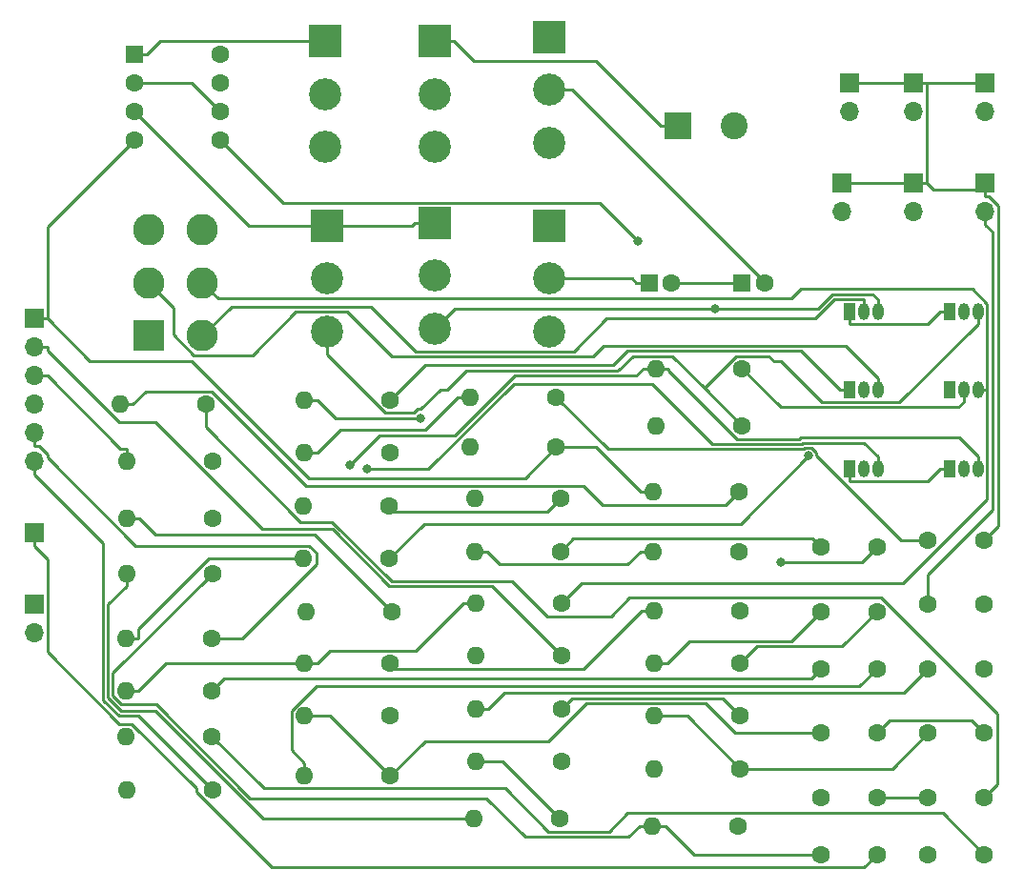
<source format=gbr>
G04 #@! TF.GenerationSoftware,KiCad,Pcbnew,(5.1.5)-3*
G04 #@! TF.CreationDate,2020-01-23T17:29:19-05:00*
G04 #@! TF.ProjectId,cludge,636c7564-6765-42e6-9b69-6361645f7063,v01*
G04 #@! TF.SameCoordinates,Original*
G04 #@! TF.FileFunction,Copper,L1,Top*
G04 #@! TF.FilePolarity,Positive*
%FSLAX46Y46*%
G04 Gerber Fmt 4.6, Leading zero omitted, Abs format (unit mm)*
G04 Created by KiCad (PCBNEW (5.1.5)-3) date 2020-01-23 17:29:19*
%MOMM*%
%LPD*%
G04 APERTURE LIST*
%ADD10C,1.600000*%
%ADD11R,1.600000X1.600000*%
%ADD12R,2.400000X2.400000*%
%ADD13C,2.400000*%
%ADD14R,1.700000X1.700000*%
%ADD15O,1.700000X1.700000*%
%ADD16R,1.000000X1.500000*%
%ADD17O,1.000000X1.500000*%
%ADD18O,1.600000X1.600000*%
%ADD19R,2.850000X2.850000*%
%ADD20C,2.850000*%
%ADD21R,2.800000X2.800000*%
%ADD22C,2.800000*%
%ADD23C,0.800000*%
%ADD24C,0.250000*%
G04 APERTURE END LIST*
D10*
X146050000Y-92075000D03*
X151050000Y-92075000D03*
X151050000Y-80645000D03*
X146050000Y-80645000D03*
X141525000Y-81280000D03*
X136525000Y-81280000D03*
X136525000Y-92075000D03*
X141525000Y-92075000D03*
D11*
X121285000Y-57785000D03*
D10*
X123285000Y-57785000D03*
D12*
X123825000Y-43815000D03*
D13*
X128825000Y-43815000D03*
D10*
X136525000Y-97790000D03*
X141525000Y-97790000D03*
X131540000Y-57785000D03*
D11*
X129540000Y-57785000D03*
D10*
X151050000Y-103505000D03*
X146050000Y-103505000D03*
X146050000Y-86360000D03*
X151050000Y-86360000D03*
X146050000Y-108585000D03*
X151050000Y-108585000D03*
X141525000Y-86995000D03*
X136525000Y-86995000D03*
X136525000Y-103505000D03*
X141525000Y-103505000D03*
X151050000Y-97790000D03*
X146050000Y-97790000D03*
X141525000Y-108585000D03*
X136525000Y-108585000D03*
D14*
X66675000Y-86360000D03*
D15*
X66675000Y-88900000D03*
D14*
X66675000Y-80010000D03*
X66675000Y-60960000D03*
D15*
X66675000Y-63500000D03*
X66675000Y-66040000D03*
X66675000Y-68580000D03*
X66675000Y-71120000D03*
X66675000Y-73660000D03*
D14*
X151130000Y-40005000D03*
D15*
X151130000Y-42545000D03*
X144780000Y-51435000D03*
D14*
X144780000Y-48895000D03*
X139065000Y-40005000D03*
D15*
X139065000Y-42545000D03*
X151130000Y-51435000D03*
D14*
X151130000Y-48895000D03*
X138430000Y-48895000D03*
D15*
X138430000Y-51435000D03*
X144780000Y-42545000D03*
D14*
X144780000Y-40005000D03*
D16*
X139065000Y-74295000D03*
D17*
X141605000Y-74295000D03*
X140335000Y-74295000D03*
X149225000Y-74295000D03*
X150495000Y-74295000D03*
D16*
X147955000Y-74295000D03*
X139065000Y-67310000D03*
D17*
X141605000Y-67310000D03*
X140335000Y-67310000D03*
X149225000Y-67310000D03*
X150495000Y-67310000D03*
D16*
X147955000Y-67310000D03*
X147955000Y-60325000D03*
D17*
X150495000Y-60325000D03*
X149225000Y-60325000D03*
X140335000Y-60325000D03*
X141605000Y-60325000D03*
D16*
X139065000Y-60325000D03*
D18*
X105910000Y-95630000D03*
D10*
X113530000Y-95630000D03*
X98315000Y-72880000D03*
D18*
X90695000Y-72880000D03*
D10*
X82550000Y-102870000D03*
D18*
X74930000Y-102870000D03*
X90695000Y-68195000D03*
D10*
X98315000Y-68195000D03*
D18*
X105790000Y-81660000D03*
D10*
X113410000Y-81660000D03*
D18*
X105790000Y-76975000D03*
D10*
X113410000Y-76975000D03*
X82465000Y-94035000D03*
D18*
X74845000Y-94035000D03*
D10*
X113030000Y-72390000D03*
D18*
X105410000Y-72390000D03*
X90805000Y-86995000D03*
D10*
X98425000Y-86995000D03*
D18*
X105410000Y-67945000D03*
D10*
X113030000Y-67945000D03*
X98315000Y-91580000D03*
D18*
X90695000Y-91580000D03*
D10*
X82465000Y-89350000D03*
D18*
X74845000Y-89350000D03*
X90575000Y-77610000D03*
D10*
X98195000Y-77610000D03*
D18*
X90575000Y-82295000D03*
D10*
X98195000Y-82295000D03*
X129540000Y-65405000D03*
D18*
X121920000Y-65405000D03*
D10*
X129380000Y-86895000D03*
D18*
X121760000Y-86895000D03*
X90695000Y-96265000D03*
D10*
X98315000Y-96265000D03*
D18*
X74930000Y-73660000D03*
D10*
X82550000Y-73660000D03*
X113530000Y-86260000D03*
D18*
X105910000Y-86260000D03*
X74930000Y-78740000D03*
D10*
X82550000Y-78740000D03*
X98315000Y-101585000D03*
D18*
X90695000Y-101585000D03*
D10*
X113530000Y-90945000D03*
D18*
X105910000Y-90945000D03*
X74295000Y-68580000D03*
D10*
X81915000Y-68580000D03*
D18*
X121640000Y-76340000D03*
D10*
X129260000Y-76340000D03*
D18*
X74845000Y-98085000D03*
D10*
X82465000Y-98085000D03*
X129380000Y-91580000D03*
D18*
X121760000Y-91580000D03*
D10*
X113530000Y-100315000D03*
D18*
X105910000Y-100315000D03*
D10*
X129540000Y-70485000D03*
D18*
X121920000Y-70485000D03*
X121640000Y-81660000D03*
D10*
X129260000Y-81660000D03*
X113360000Y-105410000D03*
D18*
X105740000Y-105410000D03*
X121760000Y-96265000D03*
D10*
X129380000Y-96265000D03*
X129380000Y-100950000D03*
D18*
X121760000Y-100950000D03*
X121590000Y-106045000D03*
D10*
X129210000Y-106045000D03*
X82515000Y-83590000D03*
D18*
X74895000Y-83590000D03*
D19*
X112395000Y-52705000D03*
D20*
X112395000Y-57405000D03*
X112395000Y-62105000D03*
X112395000Y-45340000D03*
X112395000Y-40640000D03*
D19*
X112395000Y-35940000D03*
D21*
X76835000Y-62485000D03*
D22*
X76835000Y-57785000D03*
X76835000Y-53085000D03*
X81635000Y-62485000D03*
X81635000Y-57785000D03*
X81635000Y-53085000D03*
D20*
X102235000Y-61850000D03*
X102235000Y-57150000D03*
D19*
X102235000Y-52450000D03*
X102235000Y-36320000D03*
D20*
X102235000Y-41020000D03*
X102235000Y-45720000D03*
D19*
X92710000Y-52705000D03*
D20*
X92710000Y-57405000D03*
X92710000Y-62105000D03*
X92495000Y-45700000D03*
X92495000Y-41000000D03*
D19*
X92495000Y-36300000D03*
D11*
X75565000Y-37465000D03*
D10*
X75565000Y-40005000D03*
X75565000Y-42545000D03*
X75565000Y-45085000D03*
X83185000Y-45085000D03*
X83185000Y-42545000D03*
X83185000Y-40005000D03*
X83185000Y-37465000D03*
D23*
X133010200Y-82593500D03*
X100978400Y-69806800D03*
X120292200Y-54070200D03*
X135447100Y-73160400D03*
X127142400Y-60068300D03*
X96256600Y-74347800D03*
X94771400Y-74001400D03*
D24*
X105910000Y-95630000D02*
X107035300Y-95630000D01*
X146050000Y-92075000D02*
X143947600Y-94177400D01*
X143947600Y-94177400D02*
X108487900Y-94177400D01*
X108487900Y-94177400D02*
X107035300Y-95630000D01*
X66675000Y-80010000D02*
X66675000Y-81185300D01*
X141525000Y-108585000D02*
X140386300Y-109723700D01*
X140386300Y-109723700D02*
X87786300Y-109723700D01*
X87786300Y-109723700D02*
X81090100Y-103027500D01*
X81090100Y-103027500D02*
X81090100Y-102705000D01*
X81090100Y-102705000D02*
X75344700Y-96959600D01*
X75344700Y-96959600D02*
X74218000Y-96959600D01*
X74218000Y-96959600D02*
X67850300Y-90591900D01*
X67850300Y-90591900D02*
X67850300Y-82360600D01*
X67850300Y-82360600D02*
X66675000Y-81185300D01*
X145955300Y-40005000D02*
X151130000Y-40005000D01*
X144780000Y-40005000D02*
X145955300Y-40005000D01*
X145955300Y-40005000D02*
X145955300Y-48895000D01*
X144780000Y-48895000D02*
X138430000Y-48895000D01*
X144780000Y-48895000D02*
X145955300Y-48895000D01*
X151130000Y-49482600D02*
X146542900Y-49482600D01*
X146542900Y-49482600D02*
X145955300Y-48895000D01*
X151130000Y-49482600D02*
X151130000Y-50070300D01*
X151130000Y-48895000D02*
X151130000Y-49482600D01*
X151130000Y-50070300D02*
X151497300Y-50070300D01*
X151497300Y-50070300D02*
X152339000Y-50912000D01*
X152339000Y-50912000D02*
X152339000Y-79356000D01*
X152339000Y-79356000D02*
X151050000Y-80645000D01*
X139065000Y-40005000D02*
X144780000Y-40005000D01*
X151050000Y-97790000D02*
X149906000Y-96646000D01*
X149906000Y-96646000D02*
X142669000Y-96646000D01*
X142669000Y-96646000D02*
X141525000Y-97790000D01*
X146050000Y-80645000D02*
X143693800Y-80645000D01*
X143693800Y-80645000D02*
X136172400Y-73123600D01*
X136172400Y-73123600D02*
X136172400Y-72859900D01*
X136172400Y-72859900D02*
X135747600Y-72435100D01*
X135747600Y-72435100D02*
X135146700Y-72435100D01*
X135146700Y-72435100D02*
X135012100Y-72569700D01*
X135012100Y-72569700D02*
X117654700Y-72569700D01*
X117654700Y-72569700D02*
X113030000Y-67945000D01*
X105740000Y-105410000D02*
X87000800Y-105410000D01*
X87000800Y-105410000D02*
X77420800Y-95830000D01*
X77420800Y-95830000D02*
X74408800Y-95830000D01*
X74408800Y-95830000D02*
X73240900Y-94662100D01*
X73240900Y-94662100D02*
X73240900Y-86369400D01*
X73240900Y-86369400D02*
X74895000Y-84715300D01*
X133010200Y-82593500D02*
X140211500Y-82593500D01*
X140211500Y-82593500D02*
X141525000Y-81280000D01*
X74895000Y-83590000D02*
X74895000Y-84715300D01*
X113410000Y-81660000D02*
X114543900Y-80526100D01*
X114543900Y-80526100D02*
X135771100Y-80526100D01*
X135771100Y-80526100D02*
X136525000Y-81280000D01*
X100978400Y-69806800D02*
X93432100Y-69806800D01*
X93432100Y-69806800D02*
X91820300Y-68195000D01*
X90695000Y-68195000D02*
X91820300Y-68195000D01*
X136525000Y-92075000D02*
X135674800Y-92925200D01*
X135674800Y-92925200D02*
X83574800Y-92925200D01*
X83574800Y-92925200D02*
X82465000Y-94035000D01*
X105410000Y-67945000D02*
X104284700Y-67945000D01*
X90695000Y-72880000D02*
X91820300Y-72880000D01*
X91820300Y-72880000D02*
X93875600Y-70824700D01*
X93875600Y-70824700D02*
X101405000Y-70824700D01*
X101405000Y-70824700D02*
X104284700Y-67945000D01*
X90695000Y-101585000D02*
X90695000Y-100459700D01*
X90695000Y-100459700D02*
X89544800Y-99309500D01*
X89544800Y-99309500D02*
X89544800Y-95816500D01*
X89544800Y-95816500D02*
X91738300Y-93623000D01*
X91738300Y-93623000D02*
X139977000Y-93623000D01*
X139977000Y-93623000D02*
X141525000Y-92075000D01*
X121285000Y-57785000D02*
X120159700Y-57785000D01*
X112395000Y-57405000D02*
X119779700Y-57405000D01*
X119779700Y-57405000D02*
X120159700Y-57785000D01*
X121760000Y-91580000D02*
X122885300Y-91580000D01*
X122885300Y-91580000D02*
X124836800Y-89628500D01*
X124836800Y-89628500D02*
X133891500Y-89628500D01*
X133891500Y-89628500D02*
X136525000Y-86995000D01*
X90695000Y-91580000D02*
X91820300Y-91580000D01*
X91820300Y-91580000D02*
X92945600Y-90454700D01*
X92945600Y-90454700D02*
X100590000Y-90454700D01*
X100590000Y-90454700D02*
X104784700Y-86260000D01*
X75970300Y-94035000D02*
X78425300Y-91580000D01*
X78425300Y-91580000D02*
X90695000Y-91580000D01*
X105910000Y-86260000D02*
X104784700Y-86260000D01*
X147955000Y-74295000D02*
X147129700Y-74295000D01*
X139065000Y-74295000D02*
X139065000Y-75370300D01*
X139065000Y-75370300D02*
X146054400Y-75370300D01*
X146054400Y-75370300D02*
X147129700Y-74295000D01*
X74845000Y-94035000D02*
X75970300Y-94035000D01*
X74930000Y-73660000D02*
X74930000Y-72534700D01*
X66675000Y-66040000D02*
X67850300Y-66040000D01*
X67850300Y-66040000D02*
X74345000Y-72534700D01*
X74345000Y-72534700D02*
X74930000Y-72534700D01*
X146050000Y-103505000D02*
X141525000Y-103505000D01*
X129540000Y-57785000D02*
X123285000Y-57785000D01*
X121640000Y-81660000D02*
X120514700Y-81660000D01*
X105790000Y-81660000D02*
X106915300Y-81660000D01*
X106915300Y-81660000D02*
X108040600Y-82785300D01*
X108040600Y-82785300D02*
X119389400Y-82785300D01*
X119389400Y-82785300D02*
X120514700Y-81660000D01*
X75565000Y-37465000D02*
X76690300Y-37465000D01*
X76690300Y-37465000D02*
X77855300Y-36300000D01*
X77855300Y-36300000D02*
X92495000Y-36300000D01*
X121760000Y-86895000D02*
X120634700Y-86895000D01*
X120634700Y-86895000D02*
X115446400Y-92083300D01*
X115446400Y-92083300D02*
X98818300Y-92083300D01*
X98818300Y-92083300D02*
X98315000Y-91580000D01*
X76055300Y-78740000D02*
X77450300Y-80135000D01*
X77450300Y-80135000D02*
X91565000Y-80135000D01*
X91565000Y-80135000D02*
X98425000Y-86995000D01*
X74930000Y-78740000D02*
X76055300Y-78740000D01*
X123825000Y-43815000D02*
X122299700Y-43815000D01*
X102235000Y-36320000D02*
X103985300Y-36320000D01*
X103985300Y-36320000D02*
X105735600Y-38070300D01*
X105735600Y-38070300D02*
X116555000Y-38070300D01*
X116555000Y-38070300D02*
X122299700Y-43815000D01*
X98315000Y-101585000D02*
X92995000Y-96265000D01*
X92995000Y-96265000D02*
X91820300Y-96265000D01*
X90695000Y-96265000D02*
X91820300Y-96265000D01*
X136525000Y-97790000D02*
X128927800Y-97790000D01*
X128927800Y-97790000D02*
X126272200Y-95134400D01*
X126272200Y-95134400D02*
X115731200Y-95134400D01*
X115731200Y-95134400D02*
X112382700Y-98482900D01*
X112382700Y-98482900D02*
X101417100Y-98482900D01*
X101417100Y-98482900D02*
X98315000Y-101585000D01*
X112395000Y-40640000D02*
X114498200Y-40640000D01*
X114498200Y-40640000D02*
X131540000Y-57681800D01*
X131540000Y-57681800D02*
X131540000Y-57785000D01*
X81915000Y-68580000D02*
X81915000Y-70582500D01*
X81915000Y-70582500D02*
X90341800Y-79009300D01*
X90341800Y-79009300D02*
X93161800Y-79009300D01*
X93161800Y-79009300D02*
X98427100Y-84274600D01*
X98427100Y-84274600D02*
X109097800Y-84274600D01*
X109097800Y-84274600D02*
X112240100Y-87416900D01*
X112240100Y-87416900D02*
X117887900Y-87416900D01*
X117887900Y-87416900D02*
X119546100Y-85758700D01*
X119546100Y-85758700D02*
X141916800Y-85758700D01*
X141916800Y-85758700D02*
X152229700Y-96071600D01*
X152229700Y-96071600D02*
X152229700Y-102325300D01*
X152229700Y-102325300D02*
X151050000Y-103505000D01*
X83185000Y-42545000D02*
X80645000Y-40005000D01*
X80645000Y-40005000D02*
X75565000Y-40005000D01*
X151130000Y-52610300D02*
X151770700Y-53251000D01*
X151770700Y-53251000D02*
X151770700Y-77986500D01*
X151770700Y-77986500D02*
X146050000Y-83707200D01*
X146050000Y-83707200D02*
X146050000Y-86360000D01*
X151130000Y-51435000D02*
X151130000Y-52610300D01*
X113360000Y-105410000D02*
X108265000Y-100315000D01*
X108265000Y-100315000D02*
X105910000Y-100315000D01*
X151050000Y-108585000D02*
X147360600Y-104895600D01*
X147360600Y-104895600D02*
X119406000Y-104895600D01*
X119406000Y-104895600D02*
X117738800Y-106562800D01*
X117738800Y-106562800D02*
X112351000Y-106562800D01*
X112351000Y-106562800D02*
X108498600Y-102710400D01*
X108498600Y-102710400D02*
X87090400Y-102710400D01*
X87090400Y-102710400D02*
X82465000Y-98085000D01*
X140335000Y-59249700D02*
X137723400Y-59249700D01*
X137723400Y-59249700D02*
X136023300Y-60949800D01*
X136023300Y-60949800D02*
X117526900Y-60949800D01*
X117526900Y-60949800D02*
X114616800Y-63859900D01*
X114616800Y-63859900D02*
X100569900Y-63859900D01*
X100569900Y-63859900D02*
X96600100Y-59890100D01*
X96600100Y-59890100D02*
X84229900Y-59890100D01*
X84229900Y-59890100D02*
X81635000Y-62485000D01*
X141525000Y-86995000D02*
X138441100Y-90078900D01*
X138441100Y-90078900D02*
X130881100Y-90078900D01*
X130881100Y-90078900D02*
X129380000Y-91580000D01*
X140335000Y-60325000D02*
X140335000Y-59249700D01*
X83185000Y-45085000D02*
X88799600Y-50699600D01*
X88799600Y-50699600D02*
X116921600Y-50699600D01*
X116921600Y-50699600D02*
X120292200Y-54070200D01*
X146050000Y-97790000D02*
X142890000Y-100950000D01*
X142890000Y-100950000D02*
X129380000Y-100950000D01*
X129380000Y-100950000D02*
X124695000Y-96265000D01*
X124695000Y-96265000D02*
X121760000Y-96265000D01*
X121590000Y-106045000D02*
X120464700Y-106045000D01*
X82515000Y-83590000D02*
X73691200Y-92413800D01*
X73691200Y-92413800D02*
X73691200Y-94475500D01*
X73691200Y-94475500D02*
X74436100Y-95220400D01*
X74436100Y-95220400D02*
X77503200Y-95220400D01*
X77503200Y-95220400D02*
X85846200Y-103563400D01*
X85846200Y-103563400D02*
X106865400Y-103563400D01*
X106865400Y-103563400D02*
X110332100Y-107030100D01*
X110332100Y-107030100D02*
X119479600Y-107030100D01*
X119479600Y-107030100D02*
X120464700Y-106045000D01*
X121590000Y-106045000D02*
X122715300Y-106045000D01*
X122715300Y-106045000D02*
X125255300Y-108585000D01*
X125255300Y-108585000D02*
X136525000Y-108585000D01*
X147955000Y-60325000D02*
X147129700Y-60325000D01*
X139065000Y-60325000D02*
X139065000Y-61400300D01*
X139065000Y-61400300D02*
X146054400Y-61400300D01*
X146054400Y-61400300D02*
X147129700Y-60325000D01*
X139065000Y-67310000D02*
X138239700Y-67310000D01*
X98315000Y-68195000D02*
X101422700Y-65087300D01*
X101422700Y-65087300D02*
X118123100Y-65087300D01*
X118123100Y-65087300D02*
X119381200Y-63829200D01*
X119381200Y-63829200D02*
X134758900Y-63829200D01*
X134758900Y-63829200D02*
X138239700Y-67310000D01*
X66675000Y-71120000D02*
X66675000Y-72295300D01*
X82465000Y-89350000D02*
X85143200Y-89350000D01*
X85143200Y-89350000D02*
X91727300Y-82765900D01*
X91727300Y-82765900D02*
X91727300Y-81768200D01*
X91727300Y-81768200D02*
X91128800Y-81169700D01*
X91128800Y-81169700D02*
X75709500Y-81169700D01*
X75709500Y-81169700D02*
X67850300Y-73310500D01*
X67850300Y-73310500D02*
X67850300Y-73056600D01*
X67850300Y-73056600D02*
X67089000Y-72295300D01*
X67089000Y-72295300D02*
X66675000Y-72295300D01*
X113410000Y-76975000D02*
X112284000Y-78101000D01*
X112284000Y-78101000D02*
X98686000Y-78101000D01*
X98686000Y-78101000D02*
X98195000Y-77610000D01*
X66675000Y-74835300D02*
X72790600Y-80950900D01*
X72790600Y-80950900D02*
X72790600Y-94848700D01*
X72790600Y-94848700D02*
X74222200Y-96280300D01*
X74222200Y-96280300D02*
X75960300Y-96280300D01*
X75960300Y-96280300D02*
X82550000Y-102870000D01*
X66675000Y-73660000D02*
X66675000Y-74835300D01*
X129380000Y-96265000D02*
X127799000Y-94684000D01*
X127799000Y-94684000D02*
X114476000Y-94684000D01*
X114476000Y-94684000D02*
X113530000Y-95630000D01*
X141605000Y-67310000D02*
X141605000Y-66234700D01*
X76835000Y-57785000D02*
X79075700Y-60025700D01*
X79075700Y-60025700D02*
X79075700Y-62406300D01*
X79075700Y-62406300D02*
X80880600Y-64211200D01*
X80880600Y-64211200D02*
X86054100Y-64211200D01*
X86054100Y-64211200D02*
X89924800Y-60340500D01*
X89924800Y-60340500D02*
X94460400Y-60340500D01*
X94460400Y-60340500D02*
X98431300Y-64311400D01*
X98431300Y-64311400D02*
X116306900Y-64311400D01*
X116306900Y-64311400D02*
X117244100Y-63374200D01*
X117244100Y-63374200D02*
X138744500Y-63374200D01*
X138744500Y-63374200D02*
X141605000Y-66234700D01*
X98195000Y-82295000D02*
X101303400Y-79186600D01*
X101303400Y-79186600D02*
X129420900Y-79186600D01*
X129420900Y-79186600D02*
X135447100Y-73160400D01*
X151320300Y-67310000D02*
X151320300Y-59646100D01*
X151320300Y-59646100D02*
X150021100Y-58346900D01*
X150021100Y-58346900D02*
X134738900Y-58346900D01*
X134738900Y-58346900D02*
X133926400Y-59159400D01*
X133926400Y-59159400D02*
X83009400Y-59159400D01*
X83009400Y-59159400D02*
X81635000Y-57785000D01*
X151320300Y-67310000D02*
X151320300Y-77007200D01*
X151320300Y-77007200D02*
X143827800Y-84499700D01*
X143827800Y-84499700D02*
X115290300Y-84499700D01*
X115290300Y-84499700D02*
X113530000Y-86260000D01*
X150495000Y-67310000D02*
X151320300Y-67310000D01*
X150495000Y-67310000D02*
X151320300Y-67310000D01*
X129540000Y-65405000D02*
X132970600Y-68835600D01*
X132970600Y-68835600D02*
X148774700Y-68835600D01*
X148774700Y-68835600D02*
X149225000Y-68385300D01*
X149225000Y-67310000D02*
X149225000Y-68385300D01*
X126189100Y-67134000D02*
X123334700Y-64279700D01*
X123334700Y-64279700D02*
X119885900Y-64279700D01*
X119885900Y-64279700D02*
X118625400Y-65540200D01*
X118625400Y-65540200D02*
X118531900Y-65540200D01*
X118531900Y-65540200D02*
X118493300Y-65578800D01*
X118493300Y-65578800D02*
X105088400Y-65578800D01*
X105088400Y-65578800D02*
X103401000Y-67266200D01*
X103401000Y-67266200D02*
X102764200Y-67266200D01*
X102764200Y-67266200D02*
X101028500Y-69001900D01*
X101028500Y-69001900D02*
X100757600Y-69001900D01*
X100757600Y-69001900D02*
X100430600Y-69328900D01*
X100430600Y-69328900D02*
X97852800Y-69328900D01*
X97852800Y-69328900D02*
X92710000Y-64186100D01*
X92710000Y-64186100D02*
X92710000Y-62105000D01*
X126189100Y-67134000D02*
X129043500Y-64279600D01*
X129043500Y-64279600D02*
X131921700Y-64279600D01*
X131921700Y-64279600D02*
X132371900Y-64729800D01*
X132371900Y-64729800D02*
X133008800Y-64729800D01*
X133008800Y-64729800D02*
X136664300Y-68385300D01*
X136664300Y-68385300D02*
X143510000Y-68385300D01*
X143510000Y-68385300D02*
X150495000Y-61400300D01*
X126189100Y-67134000D02*
X129540000Y-70485000D01*
X150495000Y-60325000D02*
X150495000Y-61400300D01*
X141605000Y-59249700D02*
X141154700Y-58799400D01*
X141154700Y-58799400D02*
X137536800Y-58799400D01*
X137536800Y-58799400D02*
X136268000Y-60068200D01*
X136268000Y-60068200D02*
X127142400Y-60068200D01*
X127142400Y-60068200D02*
X127142400Y-60068300D01*
X102235000Y-61850000D02*
X104016700Y-60068300D01*
X104016700Y-60068300D02*
X127142400Y-60068300D01*
X141605000Y-60325000D02*
X141605000Y-59249700D01*
X75420300Y-68580000D02*
X76577400Y-67422900D01*
X76577400Y-67422900D02*
X82456600Y-67422900D01*
X82456600Y-67422900D02*
X90827500Y-75793800D01*
X90827500Y-75793800D02*
X115456700Y-75793800D01*
X115456700Y-75793800D02*
X117191400Y-77528500D01*
X117191400Y-77528500D02*
X128071500Y-77528500D01*
X128071500Y-77528500D02*
X129260000Y-76340000D01*
X74295000Y-68580000D02*
X75420300Y-68580000D01*
X102235000Y-52450000D02*
X100484700Y-52450000D01*
X92710000Y-52705000D02*
X100229700Y-52705000D01*
X100229700Y-52705000D02*
X100484700Y-52450000D01*
X75565000Y-42545000D02*
X85725000Y-52705000D01*
X85725000Y-52705000D02*
X92710000Y-52705000D01*
X75565000Y-45085000D02*
X67850300Y-52799700D01*
X67850300Y-52799700D02*
X67850300Y-60960000D01*
X66675000Y-60960000D02*
X67850300Y-60960000D01*
X67850300Y-60960000D02*
X71599800Y-64709500D01*
X71599800Y-64709500D02*
X80656500Y-64709500D01*
X80656500Y-64709500D02*
X91078900Y-75131900D01*
X91078900Y-75131900D02*
X110288100Y-75131900D01*
X110288100Y-75131900D02*
X113030000Y-72390000D01*
X120514700Y-76340000D02*
X116564700Y-72390000D01*
X116564700Y-72390000D02*
X113030000Y-72390000D01*
X121640000Y-76340000D02*
X120514700Y-76340000D01*
X67850300Y-63500000D02*
X67850300Y-63793800D01*
X67850300Y-63793800D02*
X74212200Y-70155700D01*
X74212200Y-70155700D02*
X77446500Y-70155700D01*
X77446500Y-70155700D02*
X86975500Y-79684700D01*
X86975500Y-79684700D02*
X93200300Y-79684700D01*
X93200300Y-79684700D02*
X98240600Y-84725000D01*
X98240600Y-84725000D02*
X107310000Y-84725000D01*
X107310000Y-84725000D02*
X113530000Y-90945000D01*
X66675000Y-63500000D02*
X67850300Y-63500000D01*
X141605000Y-73219700D02*
X140370100Y-71984800D01*
X140370100Y-71984800D02*
X134960100Y-71984800D01*
X134960100Y-71984800D02*
X134825500Y-72119400D01*
X134825500Y-72119400D02*
X126932100Y-72119400D01*
X126932100Y-72119400D02*
X121601400Y-66788700D01*
X121601400Y-66788700D02*
X109272600Y-66788700D01*
X109272600Y-66788700D02*
X101713500Y-74347800D01*
X101713500Y-74347800D02*
X96256600Y-74347800D01*
X141605000Y-74295000D02*
X141605000Y-73219700D01*
X74845000Y-89350000D02*
X75970300Y-89350000D01*
X75970300Y-89350000D02*
X75970300Y-88506000D01*
X75970300Y-88506000D02*
X82181300Y-82295000D01*
X82181300Y-82295000D02*
X90575000Y-82295000D01*
X150495000Y-73219700D02*
X148809800Y-71534500D01*
X148809800Y-71534500D02*
X134773500Y-71534500D01*
X134773500Y-71534500D02*
X134638900Y-71669100D01*
X134638900Y-71669100D02*
X129132600Y-71669100D01*
X129132600Y-71669100D02*
X123045300Y-65581800D01*
X123045300Y-65581800D02*
X123045300Y-65405000D01*
X94771400Y-74001400D02*
X97389600Y-71383200D01*
X97389600Y-71383200D02*
X97389600Y-71383100D01*
X97389600Y-71383100D02*
X104041300Y-71383100D01*
X104041300Y-71383100D02*
X109395200Y-66029200D01*
X109395200Y-66029200D02*
X120170500Y-66029200D01*
X120170500Y-66029200D02*
X120794700Y-65405000D01*
X121920000Y-65405000D02*
X120794700Y-65405000D01*
X122482700Y-65405000D02*
X121920000Y-65405000D01*
X122482700Y-65405000D02*
X123045300Y-65405000D01*
X150495000Y-74295000D02*
X150495000Y-73219700D01*
M02*

</source>
